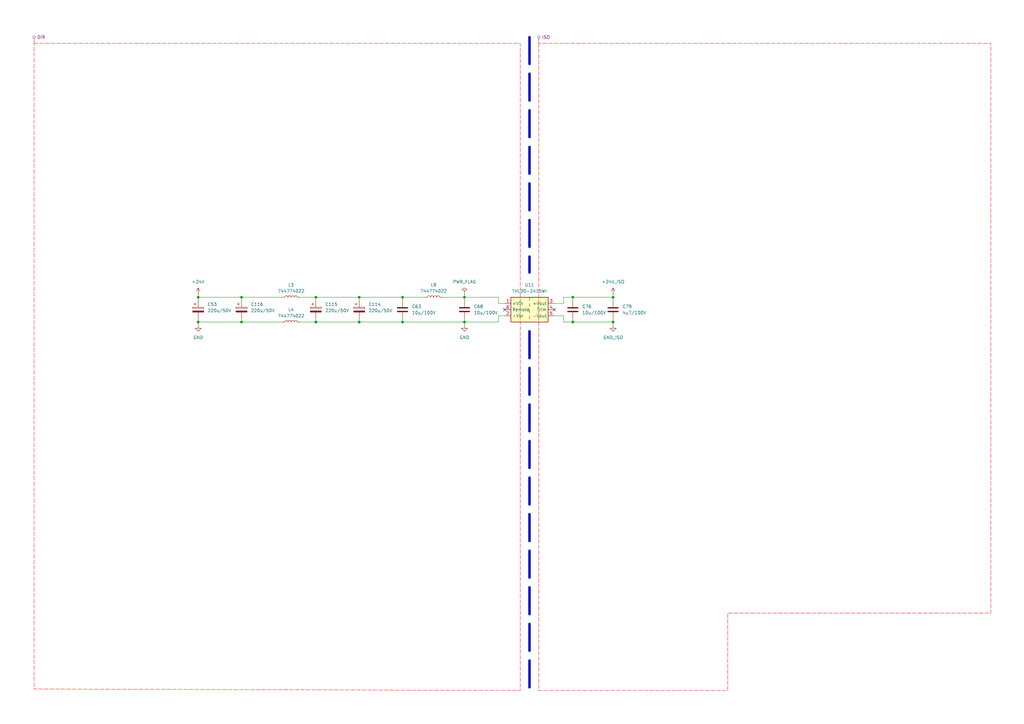
<source format=kicad_sch>
(kicad_sch (version 20250114) (generator "eeschema") (generator_version "9.0")
  (paper "A3")
  (lib_symbols
    (symbol "Converter_DCDC:THL30-2415WI"
      (property "Reference" "U" (at -6.858 6.35 0))
      (property "Value" "THL30-2415WI" (at 2.794 6.35 0))
      (symbol "THL30-2415WI_0_1"
        (rectangle (start -7.62 5.08) (end 7.62 -5.08) (stroke (width 0.254)) (fill (type background)))
        (polyline (pts (xy 0 5.08) (xy 0 3.81)))
        (polyline (pts (xy 0 2.54) (xy 0 1.27)))
        (polyline (pts (xy 0 0) (xy 0 -1.27)))
        (polyline (pts (xy 0 -2.54) (xy 0 -3.81)))
      )
      (symbol "THL30-2415WI_1_0"
        (pin power_in line (at -10.16 2.54 0) (length 2.54) (name "+Vin") (number "1"))
        (pin input line (at -10.16 0 0) (length 2.54) (name "Remote") (number "6"))
        (pin power_in line (at -10.16 -2.54 0) (length 2.54) (name "-Vin") (number "2"))
        (pin power_out line (at 10.16 2.54 180) (length 2.54) (name "+Vout") (number "3"))
        (pin passive line (at 10.16 0 180) (length 2.54) (name "Trim") (number "4"))
        (pin power_out line (at 10.16 -2.54 180) (length 2.54) (name "-Vout") (number "5"))
      )
    )
    (symbol "Device:C" (pin_numbers (hide yes)) (pin_names (offset 0.254))
      (property "Reference" "C" (at 0.635 2.54 0))
      (property "Value" "C" (at 0.635 -2.54 0))
      (symbol "C_0_1"
        (polyline (pts (xy -2.032 0.762) (xy 2.032 0.762)) (stroke (width 0.508)))
        (polyline (pts (xy -2.032 -0.762) (xy 2.032 -0.762)) (stroke (width 0.508)))
      )
      (symbol "C_1_1"
        (pin passive line (at 0 3.81 270) (length 2.794) (name "~") (number "1"))
        (pin passive line (at 0 -3.81 90) (length 2.794) (name "~") (number "2"))
      )
    )
    (symbol "Device:C_Polarized" (pin_numbers (hide yes)) (pin_names (offset 0.254))
      (property "Reference" "C" (at 0.635 2.54 0))
      (property "Value" "C_Polarized" (at 0.635 -2.54 0))
      (symbol "C_Polarized_0_1"
        (rectangle (start -2.286 0.508) (end 2.286 1.016))
        (polyline (pts (xy -1.778 2.286) (xy -0.762 2.286)))
        (polyline (pts (xy -1.27 2.794) (xy -1.27 1.778)))
        (rectangle (start 2.286 -0.508) (end -2.286 -1.016) (fill (type outline)))
      )
      (symbol "C_Polarized_1_1"
        (pin passive line (at 0 3.81 270) (length 2.794) (name "~") (number "1"))
        (pin passive line (at 0 -3.81 90) (length 2.794) (name "~") (number "2"))
      )
    )
    (symbol "Device:L" (pin_numbers (hide yes)) (pin_names (offset 1.016) (hide yes))
      (property "Reference" "L" (at -1.27 0 90))
      (property "Value" "L" (at 1.905 0 90))
      (symbol "L_0_1"
        (arc (start 0 2.54) (mid 0.6323 1.905) (end 0 1.27))
        (arc (start 0 1.27) (mid 0.6323 0.635) (end 0 0))
        (arc (start 0 0) (mid 0.6323 -0.635) (end 0 -1.27))
        (arc (start 0 -1.27) (mid 0.6323 -1.905) (end 0 -2.54))
      )
      (symbol "L_1_1"
        (pin passive line (at 0 3.81 270) (length 1.27) (name "1") (number "1"))
        (pin passive line (at 0 -3.81 90) (length 1.27) (name "2") (number "2"))
      )
    )
    (symbol "ETH1CVOLT_A:+24V_ISO" (power) (pin_numbers (hide yes)) (pin_names (offset 0) (hide yes))
      (property "Value" "+24V_ISO" (at 0 3.556 0))
      (symbol "+24V_ISO_0_1"
        (polyline (pts (xy -0.762 1.27) (xy 0 2.54)))
        (polyline (pts (xy 0 2.54) (xy 0.762 1.27)))
        (polyline (pts (xy 0 0) (xy 0 2.54)))
      )
      (symbol "+24V_ISO_1_1"
        (pin power_in line (at 0 0 90) (length 0) (name "~") (number "1"))
      )
    )
    (symbol "ETH1CVOLT_A:GND_ISO" (power) (pin_numbers (hide yes)) (pin_names (offset 0) (hide yes))
      (property "Value" "GND_ISO" (at 0 -3.81 0))
      (symbol "GND_ISO_0_1"
        (polyline (pts (xy 0 0) (xy 0 -1.27) (xy 1.27 -1.27) (xy 0 -2.54) (xy -1.27 -1.27) (xy 0 -1.27)))
      )
      (symbol "GND_ISO_1_1"
        (pin power_in line (at 0 0 270) (length 0) (name "~") (number "1"))
      )
    )
    (symbol "power:+24V" (power) (pin_numbers (hide yes)) (pin_names (offset 0) (hide yes))
      (property "Value" "+24V" (at 0 3.556 0))
      (symbol "+24V_0_1"
        (polyline (pts (xy -0.762 1.27) (xy 0 2.54)))
        (polyline (pts (xy 0 2.54) (xy 0.762 1.27)))
        (polyline (pts (xy 0 0) (xy 0 2.54)))
      )
      (symbol "+24V_1_1"
        (pin power_in line (at 0 0 90) (length 0) (name "~") (number "1"))
      )
    )
    (symbol "power:GND" (power) (pin_numbers (hide yes)) (pin_names (offset 0) (hide yes))
      (property "Value" "GND" (at 0 -3.81 0))
      (symbol "GND_0_1"
        (polyline (pts (xy 0 0) (xy 0 -1.27) (xy 1.27 -1.27) (xy 0 -2.54) (xy -1.27 -1.27) (xy 0 -1.27)))
      )
      (symbol "GND_1_1"
        (pin power_in line (at 0 0 270) (length 0) (name "~") (number "1"))
      )
    )
    (symbol "power:PWR_FLAG" (power) (pin_numbers (hide yes)) (pin_names (offset 0) (hide yes))
      (property "Value" "PWR_FLAG" (at 0 3.81 0))
      (symbol "PWR_FLAG_0_0"
        (pin power_out line (at 0 0 90) (length 0) (name "~") (number "1"))
      )
      (symbol "PWR_FLAG_0_1"
        (polyline (pts (xy 0 0) (xy 0 1.27) (xy -1.016 1.905) (xy 0 2.54) (xy 1.016 1.905) (xy 0 1.27)))
      )
    )
  )
  (junction (at 190.5 132.08))
  (junction (at 234.95 121.92))
  (junction (at 190.5 121.92))
  (junction (at 81.28 132.08))
  (junction (at 99.06 132.08))
  (junction (at 129.54 132.08))
  (junction (at 234.95 132.08))
  (junction (at 251.46 121.92))
  (junction (at 147.32 121.92))
  (junction (at 81.28 121.92))
  (junction (at 165.1 132.08))
  (junction (at 165.1 121.92))
  (junction (at 251.46 132.08))
  (junction (at 147.32 132.08))
  (junction (at 129.54 121.92))
  (junction (at 99.06 121.92))
  (no_connect (at 227.33 127))
  (no_connect (at 207.01 127))
  (wire (pts (xy 123.19 121.92) (xy 129.54 121.92)))
  (wire (pts (xy 204.47 121.92) (xy 190.5 121.92)))
  (wire (pts (xy 99.06 121.92) (xy 99.06 123.19)))
  (polyline (pts (xy 217.17 15.24) (xy 217.17 111.76)) (stroke (width 1) (type dash)))
  (wire (pts (xy 123.19 132.08) (xy 129.54 132.08)))
  (wire (pts (xy 231.14 129.54) (xy 227.33 129.54)))
  (wire (pts (xy 251.46 132.08) (xy 251.46 133.35)))
  (wire (pts (xy 129.54 121.92) (xy 129.54 123.19)))
  (wire (pts (xy 234.95 121.92) (xy 234.95 123.19)))
  (wire (pts (xy 81.28 132.08) (xy 81.28 133.35)))
  (wire (pts (xy 190.5 132.08) (xy 190.5 133.35)))
  (wire (pts (xy 173.99 121.92) (xy 165.1 121.92)))
  (wire (pts (xy 231.14 132.08) (xy 231.14 129.54)))
  (wire (pts (xy 207.01 124.46) (xy 204.47 124.46)))
  (wire (pts (xy 234.95 130.81) (xy 234.95 132.08)))
  (wire (pts (xy 231.14 121.92) (xy 234.95 121.92)))
  (wire (pts (xy 227.33 124.46) (xy 231.14 124.46)))
  (polyline (pts (xy 217.17 135.89) (xy 217.17 281.94)) (stroke (width 1) (type dash)))
  (wire (pts (xy 251.46 130.81) (xy 251.46 132.08)))
  (wire (pts (xy 81.28 132.08) (xy 99.06 132.08)))
  (wire (pts (xy 190.5 121.92) (xy 190.5 123.19)))
  (wire (pts (xy 147.32 130.81) (xy 147.32 132.08)))
  (wire (pts (xy 190.5 121.92) (xy 181.61 121.92)))
  (wire (pts (xy 129.54 121.92) (xy 147.32 121.92)))
  (wire (pts (xy 251.46 120.65) (xy 251.46 121.92)))
  (wire (pts (xy 165.1 130.81) (xy 165.1 132.08)))
  (wire (pts (xy 81.28 123.19) (xy 81.28 121.92)))
  (wire (pts (xy 190.5 120.65) (xy 190.5 121.92)))
  (wire (pts (xy 129.54 130.81) (xy 129.54 132.08)))
  (wire (pts (xy 231.14 124.46) (xy 231.14 121.92)))
  (wire (pts (xy 81.28 130.81) (xy 81.28 132.08)))
  (wire (pts (xy 204.47 129.54) (xy 204.47 132.08)))
  (wire (pts (xy 99.06 130.81) (xy 99.06 132.08)))
  (wire (pts (xy 147.32 121.92) (xy 147.32 123.19)))
  (wire (pts (xy 207.01 129.54) (xy 204.47 129.54)))
  (wire (pts (xy 129.54 132.08) (xy 147.32 132.08)))
  (wire (pts (xy 81.28 120.65) (xy 81.28 121.92)))
  (wire (pts (xy 204.47 124.46) (xy 204.47 121.92)))
  (wire (pts (xy 204.47 132.08) (xy 190.5 132.08)))
  (wire (pts (xy 251.46 121.92) (xy 251.46 123.19)))
  (wire (pts (xy 99.06 132.08) (xy 115.57 132.08)))
  (wire (pts (xy 81.28 121.92) (xy 99.06 121.92)))
  (wire (pts (xy 147.32 121.92) (xy 165.1 121.92)))
  (wire (pts (xy 165.1 121.92) (xy 165.1 123.19)))
  (wire (pts (xy 147.32 132.08) (xy 165.1 132.08)))
  (wire (pts (xy 99.06 121.92) (xy 115.57 121.92)))
  (wire (pts (xy 234.95 132.08) (xy 231.14 132.08)))
  (wire (pts (xy 190.5 130.81) (xy 190.5 132.08)))
  (wire (pts (xy 251.46 132.08) (xy 234.95 132.08)))
  (wire (pts (xy 234.95 121.92) (xy 251.46 121.92)))
  (wire (pts (xy 165.1 132.08) (xy 190.5 132.08)))
  (rule_area (polyline (pts (xy 13.97 17.78) (xy 213.36 17.78) (xy 213.36 283.21) (xy 13.97 282.575)) (stroke (width 0) (type dash))))
  (rule_area (polyline (pts (xy 220.98 17.78) (xy 220.98 283.21) (xy 298.45 283.21) (xy 298.45 251.46) (xy 406.4 251.46) (xy 406.4 17.78)) (stroke (width 0) (type dash))))
  (netclass_flag "" (length 2.54) (shape round) (at 13.97 17.78 0) (property "Netclass" "DIR" (at 15.24 15.24 0) (effects (justify left))) (property "Component Class" "DIR" (at -603.25 -134.62 0) (effects (font (italic yes)))))
  (netclass_flag "" (length 2.54) (shape round) (at 220.98 17.78 0) (property "Netclass" "ISO" (at 222.25 15.24 0) (effects (justify left))) (property "Component Class" "ISO" (at -396.24 -134.62 0) (effects (font (italic yes)))))
  (symbol (lib_id "Device:L") (at 177.8 121.92 90) (unit 1)
    (property "Reference" "L9" (at 177.8 116.84 90))
    (property "Value" "744774022" (at 177.8 119.38 90))
    (property "Footprint" "ETH1CVOLT_A:744774022" (effects (hide yes)))
    (property "Description" "Inductor" (effects (hide yes)))
  )
  (symbol (lib_id "power:GND") (at 190.5 133.35 0) (unit 1)
    (property "Reference" "#PWR097" (effects (hide yes)))
    (property "Value" "GND" (at 190.5 138.43 0))
    (property "Description" "Power symbol creates a global label with name \"GND\" , ground" (effects (hide yes)))
  )
  (symbol (lib_id "Device:C") (at 234.95 127 0) (unit 1)
    (property "Reference" "C76" (at 238.76 125.7299 0) (effects (justify left)))
    (property "Value" "10u/100V" (at 238.76 128.2699 0) (effects (justify left)))
    (property "Footprint" "Capacitor_SMD:C_1210_3225Metric_Pad1.33x2.70mm_HandSolder" (effects (hide yes)))
    (property "Description" "Unpolarized capacitor" (effects (hide yes)))
  )
  (symbol (lib_id "Device:C_Polarized") (at 99.06 127 0) (unit 1)
    (property "Reference" "C116" (at 102.87 124.8409 0) (effects (justify left)))
    (property "Value" "220u/50V" (at 102.87 127.3809 0) (effects (justify left)))
    (property "Footprint" "Capacitor_SMD:CP_Elec_10x14.3" (effects (hide yes)))
    (property "Description" "Polarized capacitor" (effects (hide yes)))
  )
  (symbol (lib_id "power:GND") (at 81.28 133.35 0) (unit 1)
    (property "Reference" "#PWR082" (effects (hide yes)))
    (property "Value" "GND" (at 81.28 138.43 0))
    (property "Description" "Power symbol creates a global label with name \"GND\" , ground" (effects (hide yes)))
  )
  (symbol (lib_id "Device:L") (at 119.38 121.92 90) (unit 1)
    (property "Reference" "L3" (at 119.38 116.84 90))
    (property "Value" "744774022" (at 119.38 119.38 90))
    (property "Footprint" "ETH1CVOLT_A:744774022" (effects (hide yes)))
    (property "Description" "Inductor" (effects (hide yes)))
  )
  (symbol (lib_id "Device:C_Polarized") (at 147.32 127 0) (unit 1)
    (property "Reference" "C114" (at 151.13 124.8409 0) (effects (justify left)))
    (property "Value" "220u/50V" (at 151.13 127.3809 0) (effects (justify left)))
    (property "Footprint" "Capacitor_SMD:CP_Elec_10x14.3" (effects (hide yes)))
    (property "Description" "Polarized capacitor" (effects (hide yes)))
  )
  (symbol (lib_id "Device:C_Polarized") (at 81.28 127 0) (unit 1)
    (property "Reference" "C53" (at 85.09 124.8409 0) (effects (justify left)))
    (property "Value" "220u/50V" (at 85.09 127.3809 0) (effects (justify left)))
    (property "Footprint" "Capacitor_SMD:CP_Elec_10x14.3" (effects (hide yes)))
    (property "Description" "Polarized capacitor" (effects (hide yes)))
  )
  (symbol (lib_id "ETH1CVOLT_A:+24V_ISO") (at 251.46 120.65 0) (unit 1)
    (property "Reference" "#PWR0105" (effects (hide yes)))
    (property "Value" "+24V_ISO" (at 251.46 115.57 0))
    (property "Description" "Power symbol" (effects (hide yes)))
  )
  (symbol (lib_id "power:+24V") (at 81.28 120.65 0) (unit 1)
    (property "Reference" "#PWR081" (effects (hide yes)))
    (property "Value" "+24V" (at 81.28 115.57 0))
    (property "Description" "Power symbol creates a global label with name \"+24V\"" (effects (hide yes)))
  )
  (symbol (lib_id "Device:C") (at 165.1 127 0) (unit 1)
    (property "Reference" "C63" (at 168.91 125.7299 0) (effects (justify left)))
    (property "Value" "10u/100V" (at 168.91 128.2699 0) (effects (justify left)))
    (property "Footprint" "Capacitor_SMD:C_1210_3225Metric_Pad1.33x2.70mm_HandSolder" (effects (hide yes)))
    (property "Description" "Unpolarized capacitor" (effects (hide yes)))
  )
  (symbol (lib_id "Device:C") (at 251.46 127 0) (unit 1)
    (property "Reference" "C79" (at 255.27 125.7299 0) (effects (justify left)))
    (property "Value" "4u7/100V" (at 255.27 128.2699 0) (effects (justify left)))
    (property "Footprint" "Capacitor_SMD:C_1210_3225Metric_Pad1.33x2.70mm_HandSolder" (effects (hide yes)))
    (property "Description" "Unpolarized capacitor" (effects (hide yes)))
  )
  (symbol (lib_id "Device:C_Polarized") (at 129.54 127 0) (unit 1)
    (property "Reference" "C115" (at 133.35 124.8409 0) (effects (justify left)))
    (property "Value" "220u/50V" (at 133.35 127.3809 0) (effects (justify left)))
    (property "Footprint" "Capacitor_SMD:CP_Elec_10x14.3" (effects (hide yes)))
    (property "Description" "Polarized capacitor" (effects (hide yes)))
  )
  (symbol (lib_id "Device:C") (at 190.5 127 0) (unit 1)
    (property "Reference" "C68" (at 194.31 125.7299 0) (effects (justify left)))
    (property "Value" "10u/100V" (at 194.31 128.2699 0) (effects (justify left)))
    (property "Footprint" "Capacitor_SMD:C_1210_3225Metric_Pad1.33x2.70mm_HandSolder" (effects (hide yes)))
    (property "Description" "Unpolarized capacitor" (effects (hide yes)))
  )
  (symbol (lib_id "power:PWR_FLAG") (at 190.5 120.65 0) (unit 1)
    (property "Reference" "#FLG021" (effects (hide yes)))
    (property "Value" "PWR_FLAG" (at 190.5 115.57 0))
    (property "Description" "Special symbol for telling ERC where power comes from" (effects (hide yes)))
  )
  (symbol (lib_id "ETH1CVOLT_A:GND_ISO") (at 251.46 133.35 0) (unit 1)
    (property "Reference" "#PWR0106" (effects (hide yes)))
    (property "Value" "GND_ISO" (at 251.46 138.43 0))
    (property "Description" "Power symbol creates a global label with name \"GND\" , ground" (effects (hide yes)))
  )
  (symbol (lib_id "Device:L") (at 119.38 132.08 90) (unit 1)
    (property "Reference" "L4" (at 119.38 127 90))
    (property "Value" "744774022" (at 119.38 129.54 90))
    (property "Footprint" "ETH1CVOLT_A:744774022" (effects (hide yes)))
    (property "Description" "Inductor" (effects (hide yes)))
  )
  (symbol (lib_id "Converter_DCDC:THL30-2415WI") (at 217.17 127 0) (unit 1)
    (property "Reference" "U11" (at 217.17 116.84 0))
    (property "Value" "THL30-2415WI" (at 217.17 119.38 0))
    (property "Footprint" "Converter_DCDC:Converter_DCDC_TRACO_THL30-xxxxWI_THT" (effects (hide yes)))
    (property "Datasheet" "https://www.tracopower.com/products/thl30wi.pdf" (effects (hide yes)))
    (property "Description" "30W DC/DC industrial converter regulated, 9-36V input, 24V fixed output voltage, 1.25A output, 1.5kVDC isolation, 1\"x1\"" (effects (hide yes)))
  )
)
</source>
